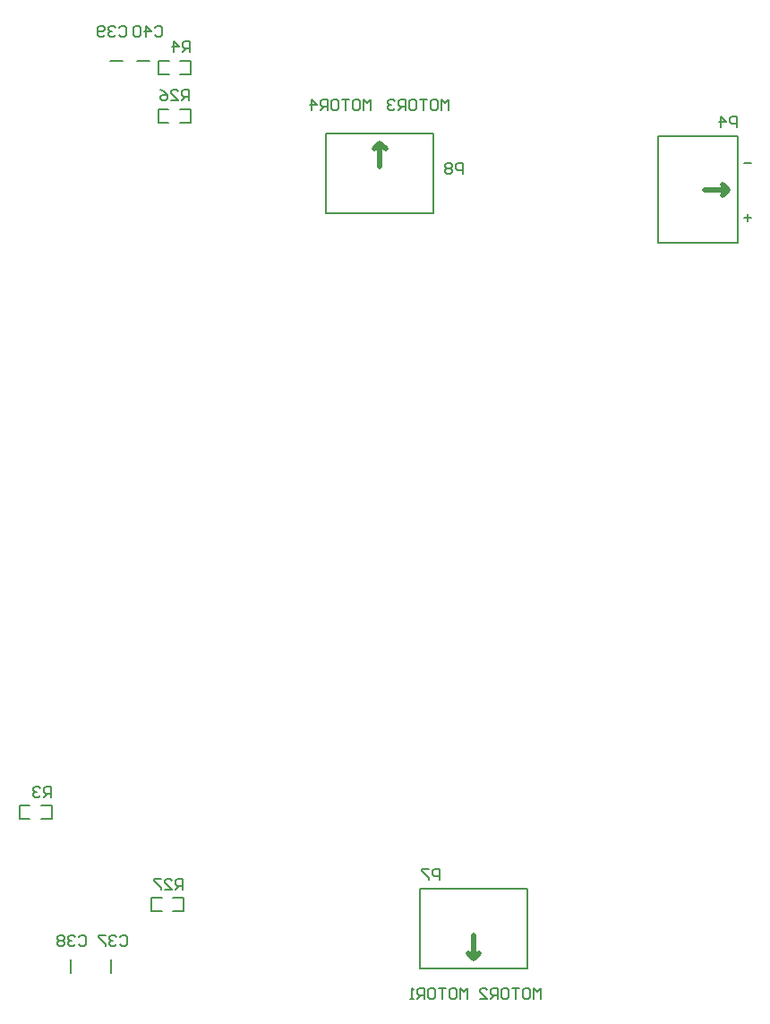
<source format=gbo>
G04*
G04 #@! TF.GenerationSoftware,Altium Limited,Altium Designer,18.1.9 (240)*
G04*
G04 Layer_Color=32896*
%FSLAX25Y25*%
%MOIN*%
G70*
G01*
G75*
%ADD10C,0.00700*%
%ADD16C,0.00787*%
%ADD18C,0.00800*%
%ADD66C,0.02000*%
D10*
X173000Y56600D02*
Y61500D01*
X161000Y56500D02*
Y61500D01*
Y56500D02*
X164900D01*
X169100D02*
X173000D01*
X161000Y61500D02*
X164950D01*
X169050D02*
X173000D01*
X163500Y350000D02*
Y354900D01*
X175500Y350000D02*
Y355000D01*
X171600D02*
X175500D01*
X163500D02*
X167400D01*
X171550Y350000D02*
X175500D01*
X163500D02*
X167450D01*
X111800Y91000D02*
X115750D01*
X119850D02*
X123800D01*
X111800Y96000D02*
X115700D01*
X119900D02*
X123800D01*
Y91000D02*
Y96000D01*
X111800Y91000D02*
Y95900D01*
X163650Y368000D02*
X167600D01*
X171700D02*
X175650D01*
X163650Y373000D02*
X167550D01*
X171750D02*
X175650D01*
Y368000D02*
Y373000D01*
X163650Y368000D02*
Y372900D01*
D16*
X131000Y33638D02*
Y38362D01*
X146000Y33638D02*
Y38362D01*
X145638Y373000D02*
X150362D01*
X155638D02*
X160362D01*
D18*
X226000Y316039D02*
X265900D01*
X226000D02*
Y345939D01*
X265900D01*
Y316039D02*
Y345939D01*
X261100Y64961D02*
X301000D01*
Y35061D02*
Y64961D01*
X261100Y35061D02*
X301000D01*
X261100D02*
Y64961D01*
X349539Y305100D02*
X379439D01*
Y345000D01*
X349539D02*
X379439D01*
X349539Y305100D02*
Y345000D01*
X381500Y334999D02*
X384166D01*
X381500Y314499D02*
X384166D01*
X382833Y315832D02*
Y313166D01*
X242500Y354500D02*
Y358499D01*
X241167Y357166D01*
X239834Y358499D01*
Y354500D01*
X236502Y358499D02*
X237835D01*
X238501Y357832D01*
Y355166D01*
X237835Y354500D01*
X236502D01*
X235836Y355166D01*
Y357832D01*
X236502Y358499D01*
X234503D02*
X231837D01*
X233170D01*
Y354500D01*
X228504Y358499D02*
X229837D01*
X230504Y357832D01*
Y355166D01*
X229837Y354500D01*
X228504D01*
X227838Y355166D01*
Y357832D01*
X228504Y358499D01*
X226505Y354500D02*
Y358499D01*
X224506D01*
X223839Y357832D01*
Y356499D01*
X224506Y355833D01*
X226505D01*
X225172D02*
X223839Y354500D01*
X220507D02*
Y358499D01*
X222506Y356499D01*
X219841D01*
X271500Y354500D02*
Y358499D01*
X270167Y357166D01*
X268834Y358499D01*
Y354500D01*
X265502Y358499D02*
X266835D01*
X267501Y357832D01*
Y355166D01*
X266835Y354500D01*
X265502D01*
X264836Y355166D01*
Y357832D01*
X265502Y358499D01*
X263503D02*
X260837D01*
X262170D01*
Y354500D01*
X257505Y358499D02*
X258837D01*
X259504Y357832D01*
Y355166D01*
X258837Y354500D01*
X257505D01*
X256838Y355166D01*
Y357832D01*
X257505Y358499D01*
X255505Y354500D02*
Y358499D01*
X253506D01*
X252839Y357832D01*
Y356499D01*
X253506Y355833D01*
X255505D01*
X254172D02*
X252839Y354500D01*
X251506Y357832D02*
X250840Y358499D01*
X249507D01*
X248841Y357832D01*
Y357166D01*
X249507Y356499D01*
X250173D01*
X249507D01*
X248841Y355833D01*
Y355166D01*
X249507Y354500D01*
X250840D01*
X251506Y355166D01*
X278500Y24000D02*
Y27999D01*
X277167Y26666D01*
X275834Y27999D01*
Y24000D01*
X272502Y27999D02*
X273835D01*
X274501Y27332D01*
Y24667D01*
X273835Y24000D01*
X272502D01*
X271835Y24667D01*
Y27332D01*
X272502Y27999D01*
X270503D02*
X267837D01*
X269170D01*
Y24000D01*
X264505Y27999D02*
X265837D01*
X266504Y27332D01*
Y24667D01*
X265837Y24000D01*
X264505D01*
X263838Y24667D01*
Y27332D01*
X264505Y27999D01*
X262505Y24000D02*
Y27999D01*
X260506D01*
X259839Y27332D01*
Y25999D01*
X260506Y25333D01*
X262505D01*
X261172D02*
X259839Y24000D01*
X258506D02*
X257173D01*
X257840D01*
Y27999D01*
X258506Y27332D01*
X306000Y24000D02*
Y27999D01*
X304667Y26666D01*
X303334Y27999D01*
Y24000D01*
X300002Y27999D02*
X301335D01*
X302001Y27332D01*
Y24667D01*
X301335Y24000D01*
X300002D01*
X299336Y24667D01*
Y27332D01*
X300002Y27999D01*
X298003D02*
X295337D01*
X296670D01*
Y24000D01*
X292004Y27999D02*
X293337D01*
X294004Y27332D01*
Y24667D01*
X293337Y24000D01*
X292004D01*
X291338Y24667D01*
Y27332D01*
X292004Y27999D01*
X290005Y24000D02*
Y27999D01*
X288006D01*
X287339Y27332D01*
Y25999D01*
X288006Y25333D01*
X290005D01*
X288672D02*
X287339Y24000D01*
X283341D02*
X286006D01*
X283341Y26666D01*
Y27332D01*
X284007Y27999D01*
X285340D01*
X286006Y27332D01*
X172600Y64600D02*
Y68599D01*
X170601D01*
X169934Y67932D01*
Y66599D01*
X170601Y65933D01*
X172600D01*
X171267D02*
X169934Y64600D01*
X165936D02*
X168601D01*
X165936Y67266D01*
Y67932D01*
X166602Y68599D01*
X167935D01*
X168601Y67932D01*
X164603Y68599D02*
X161937D01*
Y67932D01*
X164603Y65266D01*
Y64600D01*
X175000Y358200D02*
Y362199D01*
X173001D01*
X172334Y361532D01*
Y360199D01*
X173001Y359533D01*
X175000D01*
X173667D02*
X172334Y358200D01*
X168335D02*
X171001D01*
X168335Y360866D01*
Y361532D01*
X169002Y362199D01*
X170335D01*
X171001Y361532D01*
X164337Y362199D02*
X165670Y361532D01*
X167003Y360199D01*
Y358866D01*
X166336Y358200D01*
X165003D01*
X164337Y358866D01*
Y359533D01*
X165003Y360199D01*
X167003D01*
X162334Y385332D02*
X163001Y385999D01*
X164333D01*
X165000Y385332D01*
Y382666D01*
X164333Y382000D01*
X163001D01*
X162334Y382666D01*
X159002Y382000D02*
Y385999D01*
X161001Y383999D01*
X158335D01*
X157003Y385332D02*
X156336Y385999D01*
X155003D01*
X154337Y385332D01*
Y382666D01*
X155003Y382000D01*
X156336D01*
X157003Y382666D01*
Y385332D01*
X148834D02*
X149501Y385999D01*
X150833D01*
X151500Y385332D01*
Y382666D01*
X150833Y382000D01*
X149501D01*
X148834Y382666D01*
X147501Y385332D02*
X146835Y385999D01*
X145502D01*
X144835Y385332D01*
Y384666D01*
X145502Y383999D01*
X146168D01*
X145502D01*
X144835Y383333D01*
Y382666D01*
X145502Y382000D01*
X146835D01*
X147501Y382666D01*
X143503D02*
X142836Y382000D01*
X141503D01*
X140837Y382666D01*
Y385332D01*
X141503Y385999D01*
X142836D01*
X143503Y385332D01*
Y384666D01*
X142836Y383999D01*
X140837D01*
X133834Y46832D02*
X134501Y47499D01*
X135834D01*
X136500Y46832D01*
Y44166D01*
X135834Y43500D01*
X134501D01*
X133834Y44166D01*
X132501Y46832D02*
X131835Y47499D01*
X130502D01*
X129835Y46832D01*
Y46166D01*
X130502Y45499D01*
X131168D01*
X130502D01*
X129835Y44833D01*
Y44166D01*
X130502Y43500D01*
X131835D01*
X132501Y44166D01*
X128503Y46832D02*
X127836Y47499D01*
X126503D01*
X125837Y46832D01*
Y46166D01*
X126503Y45499D01*
X125837Y44833D01*
Y44166D01*
X126503Y43500D01*
X127836D01*
X128503Y44166D01*
Y44833D01*
X127836Y45499D01*
X128503Y46166D01*
Y46832D01*
X127836Y45499D02*
X126503D01*
X149334Y46832D02*
X150001Y47499D01*
X151333D01*
X152000Y46832D01*
Y44166D01*
X151333Y43500D01*
X150001D01*
X149334Y44166D01*
X148001Y46832D02*
X147335Y47499D01*
X146002D01*
X145335Y46832D01*
Y46166D01*
X146002Y45499D01*
X146668D01*
X146002D01*
X145335Y44833D01*
Y44166D01*
X146002Y43500D01*
X147335D01*
X148001Y44166D01*
X144003Y47499D02*
X141337D01*
Y46832D01*
X144003Y44166D01*
Y43500D01*
X175200Y376200D02*
Y380199D01*
X173201D01*
X172534Y379532D01*
Y378199D01*
X173201Y377533D01*
X175200D01*
X173867D02*
X172534Y376200D01*
X169202D02*
Y380199D01*
X171201Y378199D01*
X168535D01*
X123500Y99000D02*
Y102999D01*
X121501D01*
X120834Y102332D01*
Y100999D01*
X121501Y100333D01*
X123500D01*
X122167D02*
X120834Y99000D01*
X119501Y102332D02*
X118835Y102999D01*
X117502D01*
X116835Y102332D01*
Y101666D01*
X117502Y100999D01*
X118168D01*
X117502D01*
X116835Y100333D01*
Y99666D01*
X117502Y99000D01*
X118835D01*
X119501Y99666D01*
X277000Y331000D02*
Y334999D01*
X275001D01*
X274334Y334332D01*
Y332999D01*
X275001Y332333D01*
X277000D01*
X273001Y334332D02*
X272335Y334999D01*
X271002D01*
X270336Y334332D01*
Y333666D01*
X271002Y332999D01*
X270336Y332333D01*
Y331666D01*
X271002Y331000D01*
X272335D01*
X273001Y331666D01*
Y332333D01*
X272335Y332999D01*
X273001Y333666D01*
Y334332D01*
X272335Y332999D02*
X271002D01*
X268200Y68200D02*
Y72199D01*
X266201D01*
X265534Y71532D01*
Y70199D01*
X266201Y69533D01*
X268200D01*
X264201Y72199D02*
X261536D01*
Y71532D01*
X264201Y68866D01*
Y68200D01*
X379000Y348200D02*
Y352199D01*
X377001D01*
X376334Y351532D01*
Y350199D01*
X377001Y349533D01*
X379000D01*
X373002Y348200D02*
Y352199D01*
X375001Y350199D01*
X372336D01*
D66*
X246100Y342200D02*
X248200Y340100D01*
X244000D02*
X246100Y342200D01*
Y333500D02*
Y342200D01*
X278800Y40900D02*
X280900Y38800D01*
X283000Y40900D01*
X280900Y38800D02*
Y47500D01*
X367000Y324900D02*
X375700D01*
X373600Y327000D02*
X375700Y324900D01*
X373600Y322800D02*
X375700Y324900D01*
M02*

</source>
